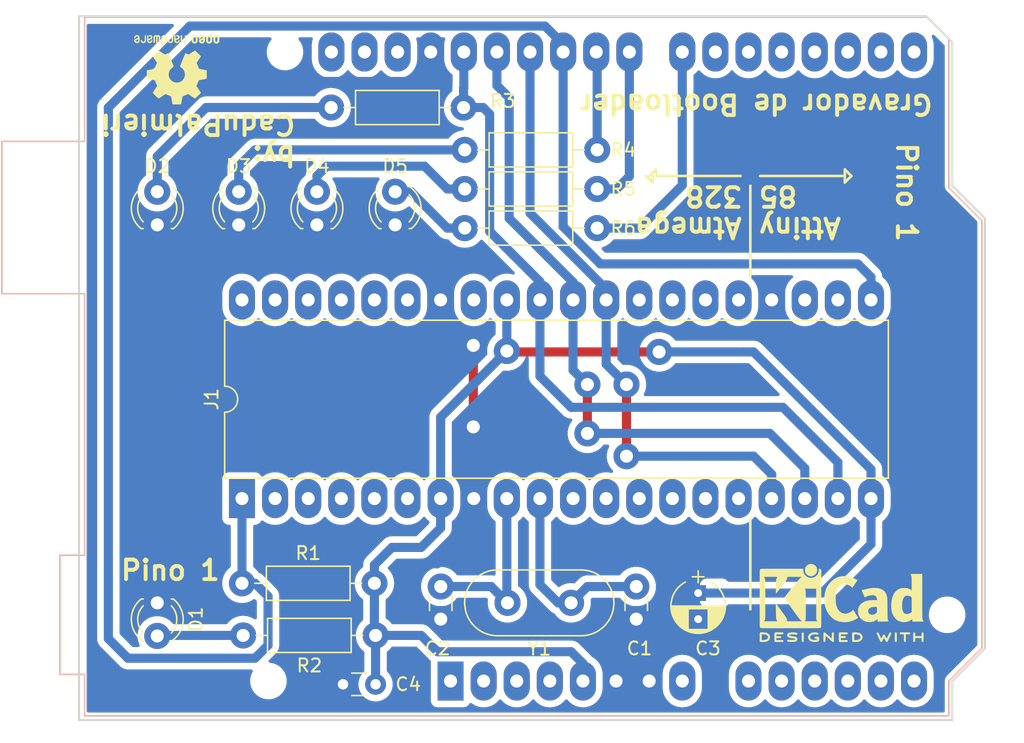
<source format=kicad_pcb>
(kicad_pcb (version 4) (host pcbnew 4.0.7)
  (layers (0 F.Cu signal) (31 B.Cu signal) (34 B.Paste user) (35 F.Paste user) (36 B.SilkS user) (37 F.SilkS user) (38 B.Mask user) (39 F.Mask user) (44 Edge.Cuts user))
  (net 0 "")
  (net 1 OSC2)
  (net 2 GND)
  (net 3 OSC1)
  (net 4 "Net-(D1-Pad2)")
  (net 5 "Net-(D2-Pad2)")
  (net 6 "Net-(D3-Pad2)")
  (net 7 "Net-(D4-Pad2)")
  (net 8 "Net-(D5-Pad2)")
  (net 9 D10)
  (net 10 +5V)
  (net 11 D12)
  (net 12 D13)
  (net 13 D11)
  (net 14 D9)
  (net 15 D8)
  (net 16 D7)
  (module LEDs:LED_D3.0mm (layer F.Cu) (at 166.5 150.5 270)
    (fp_text reference D1 (at 1.27 -2.96 270) (layer F.SilkS))
    (fp_text value LED)
    (pad 1 thru_hole rect (at 0 0 270) (size 2 1.8) (drill 1) (layers *.Cu *.Mask) (net 2 GND))
    (pad 2 thru_hole circle (at 2.54 0 270) (size 2 2) (drill 1) (layers *.Cu *.Mask) (net 4 "Net-(D1-Pad2)"))
  )
  (module LEDs:LED_D3.0mm (layer F.Cu) (at 166.5 121.5 90)
    (fp_text reference D2 (at 4.5 0 180) (layer F.SilkS))
    (fp_text value LED)
    (pad 1 thru_hole rect (at 0 0 90) (size 2 1.8) (drill 1) (layers *.Cu *.Mask) (net 2 GND))
    (pad 2 thru_hole circle (at 2.54 0 90) (size 2 2) (drill 1) (layers *.Cu *.Mask) (net 5 "Net-(D2-Pad2)"))
  )
  (module LEDs:LED_D3.0mm (layer F.Cu) (at 172.75 121.5 90)
    (fp_text reference D3 (at 4.5 0 180) (layer F.SilkS))
    (fp_text value LED)
    (pad 1 thru_hole rect (at 0 0 90) (size 2 1.8) (drill 1) (layers *.Cu *.Mask) (net 2 GND))
    (pad 2 thru_hole circle (at 2.54 0 90) (size 2 2) (drill 1) (layers *.Cu *.Mask) (net 6 "Net-(D3-Pad2)"))
  )
  (module LEDs:LED_D3.0mm (layer F.Cu) (at 178.75 121.5 90)
    (fp_text reference D4 (at 4.5 0 180) (layer F.SilkS))
    (fp_text value LED)
    (pad 1 thru_hole rect (at 0 0 90) (size 2 1.8) (drill 1) (layers *.Cu *.Mask) (net 2 GND))
    (pad 2 thru_hole circle (at 2.54 0 90) (size 2 2) (drill 1) (layers *.Cu *.Mask) (net 7 "Net-(D4-Pad2)"))
  )
  (module LEDs:LED_D3.0mm (layer F.Cu) (at 184.75 121.5 90)
    (fp_text reference D5 (at 4.5 0 180) (layer F.SilkS))
    (fp_text value LED)
    (pad 1 thru_hole rect (at 0 0 90) (size 2 1.8) (drill 1) (layers *.Cu *.Mask) (net 2 GND))
    (pad 2 thru_hole circle (at 2.54 0 90) (size 2 2) (drill 1) (layers *.Cu *.Mask) (net 8 "Net-(D5-Pad2)"))
  )
  (module Housings_DIP:DIP-40_W15.24mm_LongPads (layer F.Cu) (at 173 142.5 90)
    (fp_text reference J1 (at 7.62 -2.33 90) (layer F.SilkS))
    (fp_text value ZIF40)
    (pad 1 thru_hole rect (at 0 0 90) (size 3 2) (drill 1) (layers *.Cu *.Mask) (net 9 D10))
    (pad 21 thru_hole oval (at 15.24 48.26 90) (size 3 2) (drill 1) (layers *.Cu *.Mask) (net 9 D10))
    (pad 2 thru_hole oval (at 0 2.54 90) (size 3 2) (drill 1) (layers *.Cu *.Mask))
    (pad 22 thru_hole oval (at 15.24 45.72 90) (size 3 2) (drill 1) (layers *.Cu *.Mask))
    (pad 3 thru_hole oval (at 0 5.08 90) (size 3 2) (drill 1) (layers *.Cu *.Mask))
    (pad 23 thru_hole oval (at 15.24 43.18 90) (size 3 2) (drill 1) (layers *.Cu *.Mask))
    (pad 4 thru_hole oval (at 0 7.62 90) (size 3 2) (drill 1) (layers *.Cu *.Mask))
    (pad 24 thru_hole oval (at 15.24 40.64 90) (size 3 2) (drill 1) (layers *.Cu *.Mask) (net 2 GND))
    (pad 5 thru_hole oval (at 0 10.16 90) (size 3 2) (drill 1) (layers *.Cu *.Mask))
    (pad 25 thru_hole oval (at 15.24 38.1 90) (size 3 2) (drill 1) (layers *.Cu *.Mask))
    (pad 6 thru_hole oval (at 0 12.7 90) (size 3 2) (drill 1) (layers *.Cu *.Mask))
    (pad 26 thru_hole oval (at 15.24 35.56 90) (size 3 2) (drill 1) (layers *.Cu *.Mask))
    (pad 7 thru_hole oval (at 0 15.24 90) (size 3 2) (drill 1) (layers *.Cu *.Mask) (net 10 +5V))
    (pad 27 thru_hole oval (at 15.24 33.02 90) (size 3 2) (drill 1) (layers *.Cu *.Mask))
    (pad 8 thru_hole oval (at 0 17.78 90) (size 3 2) (drill 1) (layers *.Cu *.Mask) (net 2 GND))
    (pad 28 thru_hole oval (at 15.24 30.48 90) (size 3 2) (drill 1) (layers *.Cu *.Mask))
    (pad 9 thru_hole oval (at 0 20.32 90) (size 3 2) (drill 1) (layers *.Cu *.Mask) (net 3 OSC1))
    (pad 29 thru_hole oval (at 15.24 27.94 90) (size 3 2) (drill 1) (layers *.Cu *.Mask) (net 13 D11))
    (pad 10 thru_hole oval (at 0 22.86 90) (size 3 2) (drill 1) (layers *.Cu *.Mask) (net 1 OSC2))
    (pad 30 thru_hole oval (at 15.24 25.4 90) (size 3 2) (drill 1) (layers *.Cu *.Mask) (net 11 D12))
    (pad 11 thru_hole oval (at 0 25.4 90) (size 3 2) (drill 1) (layers *.Cu *.Mask))
    (pad 31 thru_hole oval (at 15.24 22.86 90) (size 3 2) (drill 1) (layers *.Cu *.Mask) (net 12 D13))
    (pad 12 thru_hole oval (at 0 27.94 90) (size 3 2) (drill 1) (layers *.Cu *.Mask))
    (pad 32 thru_hole oval (at 15.24 20.32 90) (size 3 2) (drill 1) (layers *.Cu *.Mask) (net 10 +5V))
    (pad 13 thru_hole oval (at 0 30.48 90) (size 3 2) (drill 1) (layers *.Cu *.Mask))
    (pad 33 thru_hole oval (at 15.24 17.78 90) (size 3 2) (drill 1) (layers *.Cu *.Mask))
    (pad 14 thru_hole oval (at 0 33.02 90) (size 3 2) (drill 1) (layers *.Cu *.Mask))
    (pad 34 thru_hole oval (at 15.24 15.24 90) (size 3 2) (drill 1) (layers *.Cu *.Mask) (net 2 GND))
    (pad 15 thru_hole oval (at 0 35.56 90) (size 3 2) (drill 1) (layers *.Cu *.Mask))
    (pad 35 thru_hole oval (at 15.24 12.7 90) (size 3 2) (drill 1) (layers *.Cu *.Mask))
    (pad 16 thru_hole oval (at 0 38.1 90) (size 3 2) (drill 1) (layers *.Cu *.Mask))
    (pad 36 thru_hole oval (at 15.24 10.16 90) (size 3 2) (drill 1) (layers *.Cu *.Mask))
    (pad 17 thru_hole oval (at 0 40.64 90) (size 3 2) (drill 1) (layers *.Cu *.Mask) (net 13 D11))
    (pad 37 thru_hole oval (at 15.24 7.62 90) (size 3 2) (drill 1) (layers *.Cu *.Mask))
    (pad 18 thru_hole oval (at 0 43.18 90) (size 3 2) (drill 1) (layers *.Cu *.Mask) (net 11 D12))
    (pad 38 thru_hole oval (at 15.24 5.08 90) (size 3 2) (drill 1) (layers *.Cu *.Mask))
    (pad 19 thru_hole oval (at 0 45.72 90) (size 3 2) (drill 1) (layers *.Cu *.Mask) (net 12 D13))
    (pad 39 thru_hole oval (at 15.24 2.54 90) (size 3 2) (drill 1) (layers *.Cu *.Mask))
    (pad 20 thru_hole oval (at 0 48.26 90) (size 3 2) (drill 1) (layers *.Cu *.Mask) (net 10 +5V))
    (pad 40 thru_hole oval (at 15.24 0 90) (size 3 2) (drill 1) (layers *.Cu *.Mask))
  )
  (module Modules:Arduino_UNO_R3_WithMountingHoles (layer B.Cu) (at 189 156.5)
    (fp_text reference J2 hide)
    (fp_text value "Arduino Uno")
    (pad 32 thru_hole oval (at -9.14 -48.26 270) (size 3 2) (drill 1) (layers *.Cu *.Mask))
    (pad 31 thru_hole oval (at -6.6 -48.26 270) (size 3 2) (drill 1) (layers *.Cu *.Mask))
    (pad 1 thru_hole rect (at 0 0 270) (size 3 2) (drill 1) (layers *.Cu *.Mask))
    (pad 17 thru_hole oval (at 30.48 -48.26 270) (size 3 2) (drill 1) (layers *.Cu *.Mask))
    (pad 2 thru_hole oval (at 2.54 0 270) (size 3 2) (drill 1) (layers *.Cu *.Mask))
    (pad 18 thru_hole oval (at 27.94 -48.26 270) (size 3 2) (drill 1) (layers *.Cu *.Mask))
    (pad 3 thru_hole oval (at 5.08 0 270) (size 3 2) (drill 1) (layers *.Cu *.Mask))
    (pad 19 thru_hole oval (at 25.4 -48.26 270) (size 3 2) (drill 1) (layers *.Cu *.Mask))
    (pad 4 thru_hole oval (at 7.62 0 270) (size 3 2) (drill 1) (layers *.Cu *.Mask))
    (pad 20 thru_hole oval (at 22.86 -48.26 270) (size 3 2) (drill 1) (layers *.Cu *.Mask))
    (pad 5 thru_hole oval (at 10.16 0 270) (size 3 2) (drill 1) (layers *.Cu *.Mask) (net 10 +5V))
    (pad 21 thru_hole oval (at 20.32 -48.26 270) (size 3 2) (drill 1) (layers *.Cu *.Mask))
    (pad 6 thru_hole oval (at 12.7 0 270) (size 3 2) (drill 1) (layers *.Cu *.Mask) (net 2 GND))
    (pad 22 thru_hole oval (at 17.78 -48.26 270) (size 3 2) (drill 1) (layers *.Cu *.Mask) (net 16 D7))
    (pad 7 thru_hole oval (at 15.24 0 270) (size 3 2) (drill 1) (layers *.Cu *.Mask) (net 2 GND))
    (pad 23 thru_hole oval (at 13.72 -48.26 270) (size 3 2) (drill 1) (layers *.Cu *.Mask) (net 15 D8))
    (pad 8 thru_hole oval (at 17.78 0 270) (size 3 2) (drill 1) (layers *.Cu *.Mask))
    (pad 24 thru_hole oval (at 11.18 -48.26 270) (size 3 2) (drill 1) (layers *.Cu *.Mask) (net 14 D9))
    (pad 9 thru_hole oval (at 22.86 0 270) (size 3 2) (drill 1) (layers *.Cu *.Mask))
    (pad 25 thru_hole oval (at 8.64 -48.26 270) (size 3 2) (drill 1) (layers *.Cu *.Mask) (net 9 D10))
    (pad 10 thru_hole oval (at 25.4 0 270) (size 3 2) (drill 1) (layers *.Cu *.Mask))
    (pad 26 thru_hole oval (at 6.1 -48.26 270) (size 3 2) (drill 1) (layers *.Cu *.Mask) (net 13 D11))
    (pad 11 thru_hole oval (at 27.94 0 270) (size 3 2) (drill 1) (layers *.Cu *.Mask))
    (pad 27 thru_hole oval (at 3.56 -48.26 270) (size 3 2) (drill 1) (layers *.Cu *.Mask) (net 11 D12))
    (pad 12 thru_hole oval (at 30.48 0 270) (size 3 2) (drill 1) (layers *.Cu *.Mask))
    (pad 28 thru_hole oval (at 1.02 -48.26 270) (size 3 2) (drill 1) (layers *.Cu *.Mask) (net 12 D13))
    (pad 13 thru_hole oval (at 33.02 0 270) (size 3 2) (drill 1) (layers *.Cu *.Mask))
    (pad 29 thru_hole oval (at -1.52 -48.26 270) (size 3 2) (drill 1) (layers *.Cu *.Mask) (net 2 GND))
    (pad 14 thru_hole oval (at 35.56 0 270) (size 3 2) (drill 1) (layers *.Cu *.Mask))
    (pad 30 thru_hole oval (at -4.06 -48.26 270) (size 3 2) (drill 1) (layers *.Cu *.Mask))
    (pad 15 thru_hole oval (at 35.56 -48.26 270) (size 3 2) (drill 1) (layers *.Cu *.Mask))
    (pad 16 thru_hole oval (at 33.02 -48.26 270) (size 3 2) (drill 1) (layers *.Cu *.Mask))
    (pad "" np_thru_hole circle (at -13.97 0 270) (size 1.78 1.78) (drill 1.78) (layers *.Cu *.Mask))
    (pad "" np_thru_hole circle (at -12.7 -48.26 270) (size 1.78 1.78) (drill 1.78) (layers *.Cu *.Mask))
    (pad "" np_thru_hole circle (at 38.1 -5.08 270) (size 1.78 1.78) (drill 1.78) (layers *.Cu *.Mask))
  )
  (module Resistors_THT:R_Axial_DIN0207_L6.3mm_D2.5mm_P10.16mm_Horizontal (layer F.Cu) (at 173 149)
    (fp_text reference R1 (at 5.08 -2.31) (layer F.SilkS))
    (fp_text value 10K)
    (pad 1 thru_hole circle (at 0 0) (size 2 2) (drill 1) (layers *.Cu *.Mask) (net 9 D10))
    (pad 2 thru_hole oval (at 10.16 0) (size 2 2) (drill 1) (layers *.Cu *.Mask) (net 10 +5V))
  )
  (module Resistors_THT:R_Axial_DIN0207_L6.3mm_D2.5mm_P10.16mm_Horizontal (layer F.Cu) (at 183.25 153 180)
    (fp_text reference R2 (at 5.08 -2.31 180) (layer F.SilkS))
    (fp_text value 470)
    (pad 1 thru_hole circle (at 0 0 180) (size 2 2) (drill 1) (layers *.Cu *.Mask) (net 10 +5V))
    (pad 2 thru_hole oval (at 10.16 0 180) (size 2 2) (drill 1) (layers *.Cu *.Mask) (net 4 "Net-(D1-Pad2)"))
  )
  (module Resistors_THT:R_Axial_DIN0207_L6.3mm_D2.5mm_P10.16mm_Horizontal (layer F.Cu) (at 190 112.5 180)
    (fp_text reference R3 (at -3 0.5 180) (layer F.SilkS))
    (fp_text value 470)
    (pad 1 thru_hole circle (at 0 0 180) (size 2 2) (drill 1) (layers *.Cu *.Mask) (net 12 D13))
    (pad 2 thru_hole oval (at 10.16 0 180) (size 2 2) (drill 1) (layers *.Cu *.Mask) (net 5 "Net-(D2-Pad2)"))
  )
  (module Resistors_THT:R_Axial_DIN0207_L6.3mm_D2.5mm_P10.16mm_Horizontal (layer F.Cu) (at 200.25 115.75 180)
    (fp_text reference R4 (at -2 0 180) (layer F.SilkS))
    (fp_text value 470)
    (pad 1 thru_hole circle (at 0 0 180) (size 2 2) (drill 1) (layers *.Cu *.Mask) (net 14 D9))
    (pad 2 thru_hole oval (at 10.16 0 180) (size 2 2) (drill 1) (layers *.Cu *.Mask) (net 6 "Net-(D3-Pad2)"))
  )
  (module Resistors_THT:R_Axial_DIN0207_L6.3mm_D2.5mm_P10.16mm_Horizontal (layer F.Cu) (at 200.25 118.75 180)
    (fp_text reference R5 (at -2 0 180) (layer F.SilkS))
    (fp_text value 470)
    (pad 1 thru_hole circle (at 0 0 180) (size 2 2) (drill 1) (layers *.Cu *.Mask) (net 15 D8))
    (pad 2 thru_hole oval (at 10.16 0 180) (size 2 2) (drill 1) (layers *.Cu *.Mask) (net 7 "Net-(D4-Pad2)"))
  )
  (module Resistors_THT:R_Axial_DIN0207_L6.3mm_D2.5mm_P10.16mm_Horizontal (layer F.Cu) (at 200.25 121.75 180)
    (fp_text reference R6 (at -2 0 180) (layer F.SilkS))
    (fp_text value 470)
    (pad 1 thru_hole circle (at 0 0 180) (size 2 2) (drill 1) (layers *.Cu *.Mask) (net 16 D7))
    (pad 2 thru_hole oval (at 10.16 0 180) (size 2 2) (drill 1) (layers *.Cu *.Mask) (net 8 "Net-(D5-Pad2)"))
  )
  (module Crystals:Crystal_HC49-4H_Vertical (layer F.Cu) (at 198.25 150.5 180)
    (fp_text reference Y1 (at 2.44 -3.525 180) (layer F.SilkS))
    (fp_text value 16MHz)
    (pad 1 thru_hole circle (at 0 0 180) (size 2 2) (drill 1) (layers *.Cu *.Mask) (net 1 OSC2))
    (pad 2 thru_hole circle (at 4.88 0 180) (size 2 2) (drill 1) (layers *.Cu *.Mask) (net 3 OSC1))
  )
  (module Capacitors_THT:C_Disc_D3.0mm_W1.6mm_P2.50mm (layer F.Cu) (at 203.25 149.25 270)
    (fp_text reference C1 (at 4.75 -0.25 360) (layer F.SilkS))
    (fp_text value 22p)
    (pad 1 thru_hole circle (at 0 0 270) (size 2 2) (drill 1) (layers *.Cu *.Mask) (net 1 OSC2))
    (pad 2 thru_hole circle (at 2.5 0 270) (size 2 2) (drill 1) (layers *.Cu *.Mask) (net 2 GND))
  )
  (module Capacitors_THT:C_Disc_D3.0mm_W1.6mm_P2.50mm (layer F.Cu) (at 188.25 149.25 270)
    (fp_text reference C2 (at 4.75 0.25 540) (layer F.SilkS))
    (fp_text value 22p)
    (pad 1 thru_hole circle (at 0 0 270) (size 2 2) (drill 1) (layers *.Cu *.Mask) (net 3 OSC1))
    (pad 2 thru_hole circle (at 2.5 0 270) (size 2 2) (drill 1) (layers *.Cu *.Mask) (net 2 GND))
  )
  (module Symbols:OSHW-Logo2_7.3x6mm_SilkScreen (layer F.Cu) (at 168 109.5 180)
    (fp_text reference REF*** hide)
    (fp_text value OSHW-Logo2 hide)
  )
  (module Symbols:KiCad-Logo2_6mm_SilkScreen (layer F.Cu) (at 219 150.5)
    (fp_text reference REF*** hide)
    (fp_text value KiCad-Logo2 hide)
  )
  (module Capacitors_THT:CP_Radial_D4.0mm_P2.00mm (layer F.Cu) (at 208 149.75 270)
    (fp_text reference C3 (at 4.25 -0.75 360) (layer F.SilkS))
    (fp_text value 100u)
    (pad 1 thru_hole rect (at 0 0 270) (size 1.2 1.2) (drill 0.6) (layers *.Cu *.Mask) (net 10 +5V))
    (pad 2 thru_hole circle (at 2 0 270) (size 1.2 1.2) (drill 0.6) (layers *.Cu *.Mask) (net 2 GND))
  )
  (module Capacitors_THT:C_Disc_D3.0mm_W1.6mm_P2.50mm (layer F.Cu) (at 183.25 156.75 180)
    (fp_text reference C4 (at -2.5 0 180) (layer F.SilkS))
    (fp_text value 100n)
    (pad 1 thru_hole circle (at 0 0 180) (size 1.6 1.6) (drill 0.8) (layers *.Cu *.Mask) (net 10 +5V))
    (pad 2 thru_hole circle (at 2.5 0 180) (size 1.6 1.6) (drill 0.8) (layers *.Cu *.Mask) (net 2 GND))
  )
  (gr_text "Gravador de Bootloader" (at 198.75 112.25 180) (layer F.SilkS) (effects (font (size 1.5 1.5) (thickness 0.3)) (justify right)))
  (gr_text "Pino 1" (at 167.5 148) (layer F.SilkS) (effects (font (size 1.5 1.5) (thickness 0.3))))
  (gr_text "Pino 1" (at 224 119 270) (layer F.SilkS) (effects (font (size 1.5 1.5) (thickness 0.3))))
  (gr_text "by:\nCaduPalmieri" (at 177.25 115 180) (layer F.SilkS) (effects (font (size 1.5 1.5) (thickness 0.3)) (justify left)))
  (gr_line (start 204.75 117.75) (end 211.25 117.75) (angle 90) (layer F.SilkS) (width 0.2))
  (gr_line (start 204.75 117.75) (end 204.75 117.25) (angle 90) (layer F.SilkS) (width 0.2))
  (gr_line (start 204 117.75) (end 204.5 118.25) (angle 90) (layer F.SilkS) (width 0.2))
  (gr_line (start 204.75 117.25) (end 204.25 117.75) (angle 90) (layer F.SilkS) (width 0.2))
  (gr_line (start 204.5 118.25) (end 204.5 117.75) (angle 90) (layer F.SilkS) (width 0.2))
  (gr_line (start 219.25 118.25) (end 219.25 117.75) (angle 90) (layer F.SilkS) (width 0.2))
  (gr_line (start 219.75 117.75) (end 219.25 118.25) (angle 90) (layer F.SilkS) (width 0.2))
  (gr_line (start 219.25 117.25) (end 219.75 117.75) (angle 90) (layer F.SilkS) (width 0.2))
  (gr_line (start 219.25 117.75) (end 219.25 117.25) (angle 90) (layer F.SilkS) (width 0.2))
  (gr_line (start 212.75 117.75) (end 219.25 117.75) (angle 90) (layer F.SilkS) (width 0.2))
  (gr_text "Atmega\n328" (at 211.5 120.5 180) (layer F.SilkS) (effects (font (size 1.5 1.5) (thickness 0.3)) (justify left)))
  (gr_text "Attiny\n85" (at 212.5 120.5 180) (layer F.SilkS) (effects (font (size 1.5 1.5) (thickness 0.3)) (justify right)))
  (gr_line (start 212 151) (end 212 144) (angle 90) (layer F.SilkS) (width 0.2))
  (gr_line (start 212 125.5) (end 212 118.5) (angle 90) (layer F.SilkS) (width 0.2))
  (gr_line (start 160.5 105.5) (end 161 105.5) (angle 90) (layer Edge.Cuts) (width 0.15))
  (gr_line (start 160.5 159.5) (end 160.5 105.5) (angle 90) (layer Edge.Cuts) (width 0.15))
  (gr_line (start 227.5 159.5) (end 160.5 159.5) (angle 90) (layer Edge.Cuts) (width 0.15))
  (gr_line (start 227.5 156.5) (end 227.5 159.5) (angle 90) (layer Edge.Cuts) (width 0.15))
  (gr_line (start 230 154) (end 227.5 156.5) (angle 90) (layer Edge.Cuts) (width 0.15))
  (gr_line (start 230 121) (end 230 154) (angle 90) (layer Edge.Cuts) (width 0.15))
  (gr_line (start 227.5 118.5) (end 230 121) (angle 90) (layer Edge.Cuts) (width 0.15))
  (gr_line (start 227.5 107.5) (end 227.5 118.5) (angle 90) (layer Edge.Cuts) (width 0.15))
  (gr_line (start 225.5 105.5) (end 227.5 107.5) (angle 90) (layer Edge.Cuts) (width 0.15))
  (gr_line (start 161 105.5) (end 225.5 105.5) (angle 90) (layer Edge.Cuts) (width 0.15))
  (segment (start 203.25 149.25) (end 199.5 149.25) (width 0.7) (layer B.Cu) (net 1))
  (segment (start 199.5 149.25) (end 198.25 150.5) (width 0.7) (layer B.Cu) (net 1))
  (segment (start 195.86 142.5) (end 195.86 149.11) (width 0.7) (layer B.Cu) (net 1))
  (segment (start 197.25 150.5) (end 198.25 150.5) (width 0.7) (layer B.Cu) (net 1))
  (segment (start 195.86 149.11) (end 197.25 150.5) (width 0.7) (layer B.Cu) (net 1))
  (segment (start 219 151.5) (end 218.75 151.75) (width 0.7) (layer B.Cu) (net 2))
  (segment (start 223.5 139.5) (end 223.5 147) (width 0.7) (layer B.Cu) (net 2))
  (segment (start 213.64 129.64) (end 223.5 139.5) (width 0.7) (layer B.Cu) (net 2))
  (segment (start 219 151.5) (end 223.5 147) (width 0.7) (layer B.Cu) (net 2))
  (segment (start 213.64 127.26) (end 213.64 129.64) (width 0.7) (layer B.Cu) (net 2))
  (segment (start 218.75 151.75) (end 203.25 151.75) (width 0.7) (layer B.Cu) (net 2))
  (segment (start 204.24 156.5) (end 204.24 152.75) (width 0.7) (layer B.Cu) (net 2))
  (segment (start 204.24 152.75) (end 204.24 152.74) (width 0.7) (layer B.Cu) (net 2))
  (segment (start 204.24 152.74) (end 203.25 151.75) (width 0.7) (layer B.Cu) (net 2))
  (segment (start 188.25 151.75) (end 191.5 151.75) (width 0.7) (layer B.Cu) (net 2))
  (segment (start 191.5 151.75) (end 192.25 152.5) (width 0.7) (layer B.Cu) (net 2))
  (segment (start 192.25 152.5) (end 200.25 152.5) (width 0.7) (layer B.Cu) (net 2))
  (segment (start 200.25 152.5) (end 201 151.75) (width 0.7) (layer B.Cu) (net 2))
  (segment (start 201 151.75) (end 203.25 151.75) (width 0.7) (layer B.Cu) (net 2))
  (segment (start 201.7 156.5) (end 204.24 156.5) (width 0.7) (layer B.Cu) (net 2))
  (segment (start 204.24 155.26) (end 204.24 156.5) (width 0.7) (layer B.Cu) (net 2))
  (segment (start 190.78 142.5) (end 190.78 137.03) (width 0.7) (layer B.Cu) (net 2))
  (segment (start 188.24 129.74) (end 188.24 127.26) (width 0.7) (layer B.Cu) (net 2))
  (segment (start 189.25 130.75) (end 188.24 129.74) (width 0.7) (layer B.Cu) (net 2))
  (segment (start 190.75 130.75) (end 189.25 130.75) (width 0.7) (layer B.Cu) (net 2))
  (via (at 190.75 130.75) (size 2) (drill 1) (layers F.Cu B.Cu) (net 2))
  (segment (start 190.75 137) (end 190.75 130.75) (width 0.7) (layer F.Cu) (net 2))
  (via (at 190.75 137) (size 2) (drill 1) (layers F.Cu B.Cu) (net 2))
  (segment (start 190.78 137.03) (end 190.75 137) (width 0.7) (layer B.Cu) (net 2))
  (segment (start 187.48 108.24) (end 187.48 110.02) (width 0.7) (layer B.Cu) (net 2))
  (segment (start 165 121.5) (end 166.5 121.5) (width 0.7) (layer B.Cu) (net 2))
  (segment (start 164 120.5) (end 165 121.5) (width 0.7) (layer B.Cu) (net 2))
  (segment (start 164 114) (end 164 120.5) (width 0.7) (layer B.Cu) (net 2))
  (segment (start 167.5 110.5) (end 164 114) (width 0.7) (layer B.Cu) (net 2))
  (segment (start 187 110.5) (end 167.5 110.5) (width 0.7) (layer B.Cu) (net 2))
  (segment (start 187.48 110.02) (end 187 110.5) (width 0.7) (layer B.Cu) (net 2))
  (segment (start 172.75 121.5) (end 166.5 121.5) (width 0.7) (layer B.Cu) (net 2))
  (segment (start 166.5 121.5) (end 166.5 125.25) (width 0.7) (layer B.Cu) (net 2))
  (segment (start 166.5 125.25) (end 166.5 125.25) (width 0.7) (layer B.Cu) (net 2))
  (segment (start 188.24 127.26) (end 188.24 123.74) (width 0.7) (layer B.Cu) (net 2))
  (segment (start 186 121.5) (end 184.75 121.5) (width 0.7) (layer B.Cu) (net 2))
  (segment (start 188.24 123.74) (end 186 121.5) (width 0.7) (layer B.Cu) (net 2))
  (segment (start 172.75 121.5) (end 172.25 121.5) (width 0.7) (layer B.Cu) (net 2))
  (segment (start 172.75 121.5) (end 178.75 121.5) (width 0.7) (layer B.Cu) (net 2))
  (segment (start 184.75 121.5) (end 178.75 121.5) (width 0.7) (layer B.Cu) (net 2))
  (segment (start 166.5 125.25) (end 166.5 150.5) (width 0.7) (layer B.Cu) (net 2))
  (segment (start 190.78 142.5) (end 190.78 144.72) (width 0.7) (layer B.Cu) (net 2))
  (segment (start 190.78 144.72) (end 188 147.5) (width 0.7) (layer B.Cu) (net 2))
  (segment (start 188 147.5) (end 186.5 147.5) (width 0.7) (layer B.Cu) (net 2))
  (segment (start 186.5 147.5) (end 185.75 148.25) (width 0.7) (layer B.Cu) (net 2))
  (segment (start 185.75 148.25) (end 185.75 151) (width 0.7) (layer B.Cu) (net 2))
  (segment (start 185.75 151) (end 186.5 151.75) (width 0.7) (layer B.Cu) (net 2))
  (segment (start 186.5 151.75) (end 188.25 151.75) (width 0.7) (layer B.Cu) (net 2))
  (segment (start 188.25 151.75) (end 188.25 152.25) (width 0.7) (layer B.Cu) (net 2))
  (segment (start 188.25 149.25) (end 192.12 149.25) (width 0.7) (layer B.Cu) (net 3))
  (segment (start 192.12 149.25) (end 193.37 150.5) (width 0.7) (layer B.Cu) (net 3))
  (segment (start 193.32 142.5) (end 193.32 150.45) (width 0.7) (layer B.Cu) (net 3))
  (segment (start 193.32 150.45) (end 193.37 150.5) (width 0.7) (layer B.Cu) (net 3))
  (segment (start 173.09 153) (end 166.54 153) (width 0.7) (layer B.Cu) (net 4))
  (segment (start 166.54 153) (end 166.5 153.04) (width 0.7) (layer B.Cu) (net 4))
  (segment (start 173.05 153.04) (end 173.09 153) (width 0.7) (layer B.Cu) (net 4))
  (segment (start 179.84 112.5) (end 170.25 112.5) (width 0.7) (layer B.Cu) (net 5))
  (segment (start 166.5 116.25) (end 166.5 118.96) (width 0.7) (layer B.Cu) (net 5))
  (segment (start 170.25 112.5) (end 166.5 116.25) (width 0.7) (layer B.Cu) (net 5))
  (segment (start 190.09 115.75) (end 174 115.75) (width 0.7) (layer B.Cu) (net 6))
  (segment (start 172.75 117) (end 172.75 118.96) (width 0.7) (layer B.Cu) (net 6))
  (segment (start 174 115.75) (end 172.75 117) (width 0.7) (layer B.Cu) (net 6))
  (segment (start 178.75 118.96) (end 178.75 117.75) (width 0.7) (layer B.Cu) (net 7))
  (segment (start 188.75 118.75) (end 190.09 118.75) (width 0.7) (layer B.Cu) (net 7))
  (segment (start 187 117) (end 188.75 118.75) (width 0.7) (layer B.Cu) (net 7))
  (segment (start 179.5 117) (end 187 117) (width 0.7) (layer B.Cu) (net 7))
  (segment (start 178.75 117.75) (end 179.5 117) (width 0.7) (layer B.Cu) (net 7))
  (segment (start 184.75 118.96) (end 185.96 118.96) (width 0.7) (layer B.Cu) (net 8))
  (segment (start 188.75 121.75) (end 190.09 121.75) (width 0.7) (layer B.Cu) (net 8))
  (segment (start 185.96 118.96) (end 188.75 121.75) (width 0.7) (layer B.Cu) (net 8))
  (segment (start 197.64 108.24) (end 197.64 107.64) (width 0.7) (layer B.Cu) (net 9))
  (segment (start 197.64 107.64) (end 196.25 106.25) (width 0.7) (layer B.Cu) (net 9))
  (segment (start 174 149) (end 173 149) (width 0.7) (layer B.Cu) (net 9))
  (segment (start 175 150) (end 174 149) (width 0.7) (layer B.Cu) (net 9))
  (segment (start 175 153.75) (end 175 150) (width 0.7) (layer B.Cu) (net 9))
  (segment (start 174 154.75) (end 175 153.75) (width 0.7) (layer B.Cu) (net 9))
  (segment (start 164.25 154.75) (end 174 154.75) (width 0.7) (layer B.Cu) (net 9))
  (segment (start 162.75 153.25) (end 164.25 154.75) (width 0.7) (layer B.Cu) (net 9))
  (segment (start 162.75 112.5) (end 162.75 153.25) (width 0.7) (layer B.Cu) (net 9))
  (segment (start 169 106.25) (end 162.75 112.5) (width 0.7) (layer B.Cu) (net 9))
  (segment (start 196.25 106.25) (end 169 106.25) (width 0.7) (layer B.Cu) (net 9))
  (segment (start 197.64 108.24) (end 197.64 121.64) (width 0.7) (layer B.Cu) (net 9))
  (segment (start 221.26 125.51) (end 221.26 127.26) (width 0.7) (layer B.Cu) (net 9))
  (segment (start 220.25 124.5) (end 221.26 125.51) (width 0.7) (layer B.Cu) (net 9))
  (segment (start 200.5 124.5) (end 220.25 124.5) (width 0.7) (layer B.Cu) (net 9))
  (segment (start 197.64 121.64) (end 200.5 124.5) (width 0.7) (layer B.Cu) (net 9))
  (segment (start 173 149) (end 173 142.5) (width 0.7) (layer B.Cu) (net 9))
  (segment (start 208 149.75) (end 209.25 149.75) (width 0.7) (layer B.Cu) (net 10))
  (segment (start 221.26 145.99) (end 217.5 149.75) (width 0.7) (layer B.Cu) (net 10))
  (segment (start 217.5 149.75) (end 209.25 149.75) (width 0.7) (layer B.Cu) (net 10))
  (segment (start 221.26 145.99) (end 221.26 142.5) (width 0.7) (layer B.Cu) (net 10))
  (segment (start 183.25 153) (end 183.25 156.75) (width 0.7) (layer B.Cu) (net 10))
  (via (at 193.32 131.18) (size 2) (drill 1) (layers F.Cu B.Cu) (net 10))
  (segment (start 221.26 142.5) (end 221.26 140.26) (width 0.7) (layer B.Cu) (net 10))
  (segment (start 212.25 131.25) (end 221.26 140.26) (width 0.7) (layer B.Cu) (net 10))
  (segment (start 211.5 131.25) (end 212.25 131.25) (width 0.7) (layer B.Cu) (net 10))
  (segment (start 205 131.25) (end 211.5 131.25) (width 0.7) (layer B.Cu) (net 10))
  (via (at 205 131.25) (size 2) (drill 1) (layers F.Cu B.Cu) (net 10))
  (segment (start 193.39 131.25) (end 205 131.25) (width 0.7) (layer F.Cu) (net 10))
  (segment (start 193.39 131.25) (end 193.32 131.18) (width 0.7) (layer F.Cu) (net 10))
  (segment (start 199.16 155.16) (end 198.25 154.25) (width 0.7) (layer B.Cu) (net 10))
  (segment (start 186.75 153) (end 188 154.25) (width 0.7) (layer B.Cu) (net 10))
  (segment (start 188 154.25) (end 198.25 154.25) (width 0.7) (layer B.Cu) (net 10))
  (segment (start 199.16 156.5) (end 199.16 155.16) (width 0.7) (layer B.Cu) (net 10))
  (segment (start 186.75 153) (end 183.25 153) (width 0.7) (layer B.Cu) (net 10))
  (segment (start 188.24 142.5) (end 188.24 136.26) (width 0.7) (layer B.Cu) (net 10))
  (segment (start 193.32 131.18) (end 193.32 127.26) (width 0.7) (layer B.Cu) (net 10))
  (segment (start 188.24 136.26) (end 193.32 131.18) (width 0.7) (layer B.Cu) (net 10))
  (segment (start 183.16 149) (end 183.16 147.59) (width 0.7) (layer B.Cu) (net 10))
  (segment (start 188.24 144.76) (end 188.24 142.5) (width 0.7) (layer B.Cu) (net 10))
  (segment (start 186.75 146.25) (end 188.24 144.76) (width 0.7) (layer B.Cu) (net 10))
  (segment (start 184.5 146.25) (end 186.75 146.25) (width 0.7) (layer B.Cu) (net 10))
  (segment (start 183.16 147.59) (end 184.5 146.25) (width 0.7) (layer B.Cu) (net 10))
  (segment (start 183.16 149) (end 183.16 152.91) (width 0.7) (layer B.Cu) (net 10))
  (segment (start 183.16 152.91) (end 183.25 153) (width 0.7) (layer B.Cu) (net 10))
  (segment (start 198.4 127.26) (end 198.4 125.9) (width 0.7) (layer B.Cu) (net 11))
  (segment (start 192.56 110.81) (end 192.56 108.24) (width 0.7) (layer B.Cu) (net 11))
  (segment (start 193.5 111.75) (end 192.56 110.81) (width 0.7) (layer B.Cu) (net 11))
  (segment (start 193.5 121) (end 193.5 111.75) (width 0.7) (layer B.Cu) (net 11))
  (segment (start 196.5 124) (end 193.5 121) (width 0.7) (layer B.Cu) (net 11))
  (segment (start 196.5 124) (end 196.5 124) (width 0.7) (layer B.Cu) (net 11))
  (segment (start 198.4 125.9) (end 196.5 124) (width 0.7) (layer B.Cu) (net 11))
  (segment (start 198.4 127.26) (end 198.4 132.65) (width 0.7) (layer B.Cu) (net 11))
  (segment (start 216.18 140.18) (end 216.18 142.5) (width 0.7) (layer B.Cu) (net 11))
  (segment (start 213.5 137.5) (end 216.18 140.18) (width 0.7) (layer B.Cu) (net 11))
  (segment (start 199.5 137.5) (end 213.5 137.5) (width 0.7) (layer B.Cu) (net 11))
  (via (at 199.5 137.5) (size 2) (drill 1) (layers F.Cu B.Cu) (net 11))
  (segment (start 199.5 133.75) (end 199.5 137.5) (width 0.7) (layer F.Cu) (net 11))
  (via (at 199.5 133.75) (size 2) (drill 1) (layers F.Cu B.Cu) (net 11))
  (segment (start 198.4 132.65) (end 199.5 133.75) (width 0.7) (layer B.Cu) (net 11))
  (segment (start 195.86 127.26) (end 195.86 125.86) (width 0.7) (layer B.Cu) (net 12))
  (segment (start 191.5 112.5) (end 190 112.5) (width 0.7) (layer B.Cu) (net 12))
  (segment (start 192 113) (end 191.5 112.5) (width 0.7) (layer B.Cu) (net 12))
  (segment (start 192 122) (end 192 113) (width 0.7) (layer B.Cu) (net 12))
  (segment (start 195 125) (end 192 122) (width 0.7) (layer B.Cu) (net 12))
  (segment (start 195 125) (end 195 125) (width 0.7) (layer B.Cu) (net 12))
  (segment (start 195.86 125.86) (end 195 125) (width 0.7) (layer B.Cu) (net 12))
  (segment (start 190 112.5) (end 190 111) (width 0.7) (layer B.Cu) (net 12))
  (segment (start 190 111) (end 190.02 110.98) (width 0.7) (layer B.Cu) (net 12))
  (segment (start 190.02 110.98) (end 190.02 108.24) (width 0.7) (layer B.Cu) (net 12))
  (segment (start 218.72 142.5) (end 218.72 139.72) (width 0.7) (layer B.Cu) (net 12))
  (segment (start 218.72 139.72) (end 214.5 135.5) (width 0.7) (layer B.Cu) (net 12))
  (segment (start 214.5 135.5) (end 198.25 135.5) (width 0.7) (layer B.Cu) (net 12))
  (segment (start 198.25 135.5) (end 195.86 133.11) (width 0.7) (layer B.Cu) (net 12))
  (segment (start 195.86 133.11) (end 195.86 127.26) (width 0.7) (layer B.Cu) (net 12))
  (segment (start 200.94 127.26) (end 200.94 126.44) (width 0.7) (layer B.Cu) (net 13))
  (segment (start 195.1 120.6) (end 195.1 108.24) (width 0.7) (layer B.Cu) (net 13))
  (segment (start 200.94 126.44) (end 195.1 120.6) (width 0.7) (layer B.Cu) (net 13))
  (segment (start 200.94 127.26) (end 200.94 132.19) (width 0.7) (layer B.Cu) (net 13))
  (segment (start 213.64 140.64) (end 213.64 142.5) (width 0.7) (layer B.Cu) (net 13))
  (segment (start 212.25 139.25) (end 213.64 140.64) (width 0.7) (layer B.Cu) (net 13))
  (segment (start 202.5 139.25) (end 212.25 139.25) (width 0.7) (layer B.Cu) (net 13))
  (via (at 202.5 139.25) (size 2) (drill 1) (layers F.Cu B.Cu) (net 13))
  (segment (start 202.5 133.75) (end 202.5 139.25) (width 0.7) (layer F.Cu) (net 13))
  (via (at 202.5 133.75) (size 2) (drill 1) (layers F.Cu B.Cu) (net 13))
  (segment (start 200.94 132.19) (end 202.5 133.75) (width 0.7) (layer B.Cu) (net 13))
  (segment (start 195.1 108.24) (end 195.1 108.9) (width 0.7) (layer B.Cu) (net 13))
  (segment (start 195.1 108.9) (end 195 109) (width 0.7) (layer B.Cu) (net 13))
  (segment (start 200.25 115.75) (end 200.25 108.31) (width 0.7) (layer B.Cu) (net 14))
  (segment (start 200.25 108.31) (end 200.18 108.24) (width 0.7) (layer B.Cu) (net 14))
  (segment (start 202.72 108.24) (end 202.72 117.78) (width 0.7) (layer B.Cu) (net 15))
  (segment (start 201.75 118.75) (end 200.25 118.75) (width 0.7) (layer B.Cu) (net 15))
  (segment (start 202.72 117.78) (end 201.75 118.75) (width 0.7) (layer B.Cu) (net 15))
  (segment (start 206.78 108.24) (end 206.78 118.47) (width 0.7) (layer B.Cu) (net 16))
  (segment (start 203.5 121.75) (end 200.25 121.75) (width 0.7) (layer B.Cu) (net 16))
  (segment (start 206.78 118.47) (end 203.5 121.75) (width 0.7) (layer B.Cu) (net 16))
  (zone (net 2) (net_name GND) (layer B.Cu) (connect_pads yes (clearance 0.508)) (min_thickness 0.254) (fill yes (arc_segments 32) (thermal_gap 0.508) (thermal_bridge_width 0.508))
    (polygon (pts (xy 157.75 161) (xy 233 161.25) (xy 232.5 104.25) (xy 156.75 104.25) (xy 156.5 161)))
  )
)
</source>
